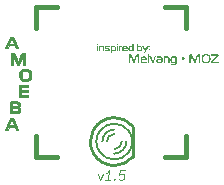
<source format=gto>
G04 (created by PCBNEW (2013-may-18)-stable) date Sun 03 Jan 2016 01:53:16 PM EST*
%MOIN*%
G04 Gerber Fmt 3.4, Leading zero omitted, Abs format*
%FSLAX34Y34*%
G01*
G70*
G90*
G04 APERTURE LIST*
%ADD10C,0.00590551*%
%ADD11C,0.00472441*%
%ADD12C,0.015*%
%ADD13C,0.01*%
%ADD14C,0.006*%
%ADD15C,0.0001*%
%ADD16C,4.72441e-06*%
G04 APERTURE END LIST*
G54D10*
G54D11*
X97560Y-46567D02*
X97609Y-46777D01*
X97710Y-46567D01*
X97969Y-46777D02*
X97789Y-46777D01*
X97879Y-46777D02*
X97918Y-46462D01*
X97882Y-46507D01*
X97849Y-46537D01*
X97817Y-46552D01*
X98107Y-46747D02*
X98120Y-46762D01*
X98104Y-46777D01*
X98090Y-46762D01*
X98107Y-46747D01*
X98104Y-46777D01*
X98443Y-46462D02*
X98293Y-46462D01*
X98259Y-46612D01*
X98276Y-46597D01*
X98308Y-46582D01*
X98383Y-46582D01*
X98411Y-46597D01*
X98424Y-46612D01*
X98435Y-46642D01*
X98426Y-46717D01*
X98407Y-46747D01*
X98390Y-46762D01*
X98359Y-46777D01*
X98284Y-46777D01*
X98255Y-46762D01*
X98242Y-46747D01*
G54D12*
X95500Y-41000D02*
X96200Y-41000D01*
X99800Y-41000D02*
X100500Y-41000D01*
X100500Y-41000D02*
X100500Y-41700D01*
X100500Y-45300D02*
X100500Y-46000D01*
X100500Y-46000D02*
X99800Y-46000D01*
X96200Y-46000D02*
X95500Y-46000D01*
X95500Y-46000D02*
X95500Y-45300D01*
X95500Y-41700D02*
X95500Y-41000D01*
G54D13*
X98720Y-46000D02*
X98720Y-45000D01*
G54D14*
X97639Y-45115D02*
G75*
G03X97500Y-45500I460J-384D01*
G74*
G01*
X97500Y-45500D02*
G75*
G03X97651Y-45897I599J0D01*
G74*
G01*
X98699Y-45500D02*
G75*
G03X98555Y-45110I-599J0D01*
G74*
G01*
X98560Y-45884D02*
G75*
G03X98700Y-45500I-460J384D01*
G74*
G01*
X98587Y-45150D02*
G75*
G03X98100Y-44900I-487J-349D01*
G74*
G01*
X98100Y-44900D02*
G75*
G03X97620Y-45139I0J-600D01*
G74*
G01*
X98100Y-46099D02*
G75*
G03X98572Y-45868I0J599D01*
G74*
G01*
X97626Y-45868D02*
G75*
G03X98100Y-46100I473J368D01*
G74*
G01*
X98100Y-45250D02*
G75*
G03X97850Y-45500I0J-250D01*
G74*
G01*
X98100Y-45100D02*
G75*
G03X97700Y-45500I0J-400D01*
G74*
G01*
X98100Y-45750D02*
G75*
G03X98350Y-45500I0J250D01*
G74*
G01*
X98100Y-45900D02*
G75*
G03X98500Y-45500I0J400D01*
G74*
G01*
G54D13*
X98713Y-44986D02*
G75*
G03X98100Y-44700I-613J-513D01*
G74*
G01*
X98100Y-44701D02*
G75*
G03X97395Y-45123I0J-799D01*
G74*
G01*
X98101Y-46298D02*
G75*
G03X98710Y-46015I-1J798D01*
G74*
G01*
X97405Y-45897D02*
G75*
G03X98100Y-46300I694J397D01*
G74*
G01*
X97395Y-45120D02*
G75*
G03X97300Y-45500I704J-379D01*
G74*
G01*
X97300Y-45500D02*
G75*
G03X97418Y-45918I799J0D01*
G74*
G01*
G54D15*
G36*
X94468Y-42394D02*
X94668Y-42085D01*
X94672Y-42075D01*
X94679Y-42069D01*
X94685Y-42075D01*
X94690Y-42085D01*
X94753Y-42244D01*
X94604Y-42244D01*
X94668Y-42085D01*
X94668Y-42085D01*
X94468Y-42394D01*
X94545Y-42394D01*
X94585Y-42296D01*
X94772Y-42296D01*
X94812Y-42394D01*
X94889Y-42394D01*
X94743Y-42045D01*
X94731Y-42024D01*
X94718Y-42011D01*
X94701Y-42003D01*
X94679Y-42001D01*
X94656Y-42003D01*
X94639Y-42011D01*
X94626Y-42024D01*
X94615Y-42045D01*
X94468Y-42394D01*
X94468Y-42394D01*
G37*
G54D16*
X94468Y-42394D02*
X94668Y-42085D01*
X94668Y-42085D02*
X94672Y-42075D01*
X94672Y-42075D02*
X94679Y-42069D01*
X94679Y-42069D02*
X94685Y-42075D01*
X94685Y-42075D02*
X94690Y-42085D01*
X94690Y-42085D02*
X94753Y-42244D01*
X94753Y-42244D02*
X94604Y-42244D01*
X94604Y-42244D02*
X94668Y-42085D01*
X94668Y-42085D02*
X94668Y-42085D01*
X94668Y-42085D02*
X94468Y-42394D01*
X94468Y-42394D02*
X94545Y-42394D01*
X94545Y-42394D02*
X94585Y-42296D01*
X94585Y-42296D02*
X94772Y-42296D01*
X94772Y-42296D02*
X94812Y-42394D01*
X94812Y-42394D02*
X94889Y-42394D01*
X94889Y-42394D02*
X94743Y-42045D01*
X94743Y-42045D02*
X94731Y-42024D01*
X94731Y-42024D02*
X94718Y-42011D01*
X94718Y-42011D02*
X94701Y-42003D01*
X94701Y-42003D02*
X94679Y-42001D01*
X94679Y-42001D02*
X94656Y-42003D01*
X94656Y-42003D02*
X94639Y-42011D01*
X94639Y-42011D02*
X94626Y-42024D01*
X94626Y-42024D02*
X94615Y-42045D01*
X94615Y-42045D02*
X94468Y-42394D01*
G54D15*
G36*
X95044Y-42630D02*
X95048Y-42623D01*
X95054Y-42618D01*
X95058Y-42620D01*
X95061Y-42629D01*
X95058Y-42932D01*
X95132Y-42932D01*
X95132Y-42590D01*
X95130Y-42574D01*
X95124Y-42561D01*
X95114Y-42551D01*
X95101Y-42544D01*
X95086Y-42540D01*
X95069Y-42539D01*
X95049Y-42540D01*
X95031Y-42548D01*
X95022Y-42554D01*
X95014Y-42563D01*
X95007Y-42574D01*
X95001Y-42589D01*
X94900Y-42848D01*
X94894Y-42859D01*
X94889Y-42863D01*
X94884Y-42859D01*
X94879Y-42848D01*
X94778Y-42589D01*
X94769Y-42570D01*
X94757Y-42554D01*
X94748Y-42547D01*
X94738Y-42543D01*
X94725Y-42540D01*
X94710Y-42539D01*
X94695Y-42540D01*
X94674Y-42545D01*
X94664Y-42552D01*
X94656Y-42561D01*
X94649Y-42573D01*
X94647Y-42590D01*
X94647Y-42932D01*
X94721Y-42932D01*
X94719Y-42629D01*
X94719Y-42623D01*
X94725Y-42618D01*
X94731Y-42623D01*
X94734Y-42630D01*
X94834Y-42890D01*
X94841Y-42908D01*
X94851Y-42923D01*
X94866Y-42933D01*
X94877Y-42936D01*
X94889Y-42937D01*
X94911Y-42933D01*
X94926Y-42924D01*
X94936Y-42910D01*
X94945Y-42890D01*
X95044Y-42630D01*
X95044Y-42630D01*
X95044Y-42630D01*
G37*
G54D16*
X95044Y-42630D02*
X95048Y-42623D01*
X95048Y-42623D02*
X95054Y-42618D01*
X95054Y-42618D02*
X95058Y-42620D01*
X95058Y-42620D02*
X95061Y-42629D01*
X95061Y-42629D02*
X95058Y-42932D01*
X95058Y-42932D02*
X95132Y-42932D01*
X95132Y-42932D02*
X95132Y-42590D01*
X95132Y-42590D02*
X95130Y-42574D01*
X95130Y-42574D02*
X95124Y-42561D01*
X95124Y-42561D02*
X95114Y-42551D01*
X95114Y-42551D02*
X95101Y-42544D01*
X95101Y-42544D02*
X95086Y-42540D01*
X95086Y-42540D02*
X95069Y-42539D01*
X95069Y-42539D02*
X95049Y-42540D01*
X95049Y-42540D02*
X95031Y-42548D01*
X95031Y-42548D02*
X95022Y-42554D01*
X95022Y-42554D02*
X95014Y-42563D01*
X95014Y-42563D02*
X95007Y-42574D01*
X95007Y-42574D02*
X95001Y-42589D01*
X95001Y-42589D02*
X94900Y-42848D01*
X94900Y-42848D02*
X94894Y-42859D01*
X94894Y-42859D02*
X94889Y-42863D01*
X94889Y-42863D02*
X94884Y-42859D01*
X94884Y-42859D02*
X94879Y-42848D01*
X94879Y-42848D02*
X94778Y-42589D01*
X94778Y-42589D02*
X94769Y-42570D01*
X94769Y-42570D02*
X94757Y-42554D01*
X94757Y-42554D02*
X94748Y-42547D01*
X94748Y-42547D02*
X94738Y-42543D01*
X94738Y-42543D02*
X94725Y-42540D01*
X94725Y-42540D02*
X94710Y-42539D01*
X94710Y-42539D02*
X94695Y-42540D01*
X94695Y-42540D02*
X94674Y-42545D01*
X94674Y-42545D02*
X94664Y-42552D01*
X94664Y-42552D02*
X94656Y-42561D01*
X94656Y-42561D02*
X94649Y-42573D01*
X94649Y-42573D02*
X94647Y-42590D01*
X94647Y-42590D02*
X94647Y-42932D01*
X94647Y-42932D02*
X94721Y-42932D01*
X94721Y-42932D02*
X94719Y-42629D01*
X94719Y-42629D02*
X94719Y-42623D01*
X94719Y-42623D02*
X94725Y-42618D01*
X94725Y-42618D02*
X94731Y-42623D01*
X94731Y-42623D02*
X94734Y-42630D01*
X94734Y-42630D02*
X94834Y-42890D01*
X94834Y-42890D02*
X94841Y-42908D01*
X94841Y-42908D02*
X94851Y-42923D01*
X94851Y-42923D02*
X94866Y-42933D01*
X94866Y-42933D02*
X94877Y-42936D01*
X94877Y-42936D02*
X94889Y-42937D01*
X94889Y-42937D02*
X94911Y-42933D01*
X94911Y-42933D02*
X94926Y-42924D01*
X94926Y-42924D02*
X94936Y-42910D01*
X94936Y-42910D02*
X94945Y-42890D01*
X94945Y-42890D02*
X95044Y-42630D01*
X95044Y-42630D02*
X95044Y-42630D01*
G54D15*
G36*
X95131Y-43081D02*
X95043Y-43159D01*
X95058Y-43150D01*
X95074Y-43145D01*
X95092Y-43142D01*
X95111Y-43140D01*
X95131Y-43140D01*
X95150Y-43140D01*
X95169Y-43142D01*
X95188Y-43145D01*
X95204Y-43150D01*
X95219Y-43159D01*
X95231Y-43171D01*
X95240Y-43185D01*
X95244Y-43195D01*
X95248Y-43206D01*
X95251Y-43220D01*
X95253Y-43237D01*
X95255Y-43257D01*
X95255Y-43280D01*
X95255Y-43302D01*
X95253Y-43321D01*
X95251Y-43338D01*
X95248Y-43352D01*
X95244Y-43364D01*
X95240Y-43373D01*
X95231Y-43388D01*
X95222Y-43398D01*
X95211Y-43406D01*
X95200Y-43412D01*
X95187Y-43416D01*
X95174Y-43418D01*
X95160Y-43420D01*
X95146Y-43421D01*
X95131Y-43421D01*
X95116Y-43421D01*
X95101Y-43420D01*
X95087Y-43418D01*
X95074Y-43416D01*
X95062Y-43412D01*
X95050Y-43406D01*
X95040Y-43398D01*
X95031Y-43388D01*
X95021Y-43374D01*
X95018Y-43364D01*
X95014Y-43352D01*
X95011Y-43338D01*
X95009Y-43322D01*
X95007Y-43303D01*
X95007Y-43280D01*
X95007Y-43280D01*
X95007Y-43259D01*
X95009Y-43240D01*
X95010Y-43224D01*
X95013Y-43211D01*
X95021Y-43188D01*
X95031Y-43171D01*
X95043Y-43159D01*
X95131Y-43081D01*
X95113Y-43081D01*
X95093Y-43082D01*
X95073Y-43083D01*
X95053Y-43086D01*
X95032Y-43091D01*
X95012Y-43098D01*
X94993Y-43109D01*
X94976Y-43122D01*
X94962Y-43138D01*
X94951Y-43157D01*
X94944Y-43176D01*
X94938Y-43197D01*
X94934Y-43218D01*
X94933Y-43239D01*
X94932Y-43260D01*
X94931Y-43280D01*
X94932Y-43298D01*
X94932Y-43317D01*
X94934Y-43338D01*
X94937Y-43360D01*
X94943Y-43381D01*
X94950Y-43401D01*
X94957Y-43414D01*
X94966Y-43427D01*
X94976Y-43438D01*
X94993Y-43452D01*
X95012Y-43462D01*
X95032Y-43469D01*
X95053Y-43474D01*
X95073Y-43477D01*
X95094Y-43478D01*
X95113Y-43479D01*
X95131Y-43479D01*
X95149Y-43479D01*
X95169Y-43478D01*
X95189Y-43477D01*
X95210Y-43474D01*
X95230Y-43469D01*
X95250Y-43462D01*
X95269Y-43452D01*
X95286Y-43438D01*
X95300Y-43422D01*
X95310Y-43404D01*
X95318Y-43384D01*
X95324Y-43363D01*
X95327Y-43342D01*
X95329Y-43321D01*
X95330Y-43300D01*
X95331Y-43280D01*
X95331Y-43261D01*
X95330Y-43240D01*
X95328Y-43218D01*
X95324Y-43197D01*
X95318Y-43176D01*
X95310Y-43156D01*
X95300Y-43138D01*
X95286Y-43122D01*
X95269Y-43109D01*
X95250Y-43098D01*
X95230Y-43091D01*
X95210Y-43086D01*
X95189Y-43083D01*
X95169Y-43082D01*
X95149Y-43081D01*
X95131Y-43081D01*
X95131Y-43081D01*
G37*
G54D16*
X95131Y-43081D02*
X95043Y-43159D01*
X95043Y-43159D02*
X95058Y-43150D01*
X95058Y-43150D02*
X95074Y-43145D01*
X95074Y-43145D02*
X95092Y-43142D01*
X95092Y-43142D02*
X95111Y-43140D01*
X95111Y-43140D02*
X95131Y-43140D01*
X95131Y-43140D02*
X95150Y-43140D01*
X95150Y-43140D02*
X95169Y-43142D01*
X95169Y-43142D02*
X95188Y-43145D01*
X95188Y-43145D02*
X95204Y-43150D01*
X95204Y-43150D02*
X95219Y-43159D01*
X95219Y-43159D02*
X95231Y-43171D01*
X95231Y-43171D02*
X95240Y-43185D01*
X95240Y-43185D02*
X95244Y-43195D01*
X95244Y-43195D02*
X95248Y-43206D01*
X95248Y-43206D02*
X95251Y-43220D01*
X95251Y-43220D02*
X95253Y-43237D01*
X95253Y-43237D02*
X95255Y-43257D01*
X95255Y-43257D02*
X95255Y-43280D01*
X95255Y-43280D02*
X95255Y-43302D01*
X95255Y-43302D02*
X95253Y-43321D01*
X95253Y-43321D02*
X95251Y-43338D01*
X95251Y-43338D02*
X95248Y-43352D01*
X95248Y-43352D02*
X95244Y-43364D01*
X95244Y-43364D02*
X95240Y-43373D01*
X95240Y-43373D02*
X95231Y-43388D01*
X95231Y-43388D02*
X95222Y-43398D01*
X95222Y-43398D02*
X95211Y-43406D01*
X95211Y-43406D02*
X95200Y-43412D01*
X95200Y-43412D02*
X95187Y-43416D01*
X95187Y-43416D02*
X95174Y-43418D01*
X95174Y-43418D02*
X95160Y-43420D01*
X95160Y-43420D02*
X95146Y-43421D01*
X95146Y-43421D02*
X95131Y-43421D01*
X95131Y-43421D02*
X95116Y-43421D01*
X95116Y-43421D02*
X95101Y-43420D01*
X95101Y-43420D02*
X95087Y-43418D01*
X95087Y-43418D02*
X95074Y-43416D01*
X95074Y-43416D02*
X95062Y-43412D01*
X95062Y-43412D02*
X95050Y-43406D01*
X95050Y-43406D02*
X95040Y-43398D01*
X95040Y-43398D02*
X95031Y-43388D01*
X95031Y-43388D02*
X95021Y-43374D01*
X95021Y-43374D02*
X95018Y-43364D01*
X95018Y-43364D02*
X95014Y-43352D01*
X95014Y-43352D02*
X95011Y-43338D01*
X95011Y-43338D02*
X95009Y-43322D01*
X95009Y-43322D02*
X95007Y-43303D01*
X95007Y-43303D02*
X95007Y-43280D01*
X95007Y-43280D02*
X95007Y-43280D01*
X95007Y-43280D02*
X95007Y-43259D01*
X95007Y-43259D02*
X95009Y-43240D01*
X95009Y-43240D02*
X95010Y-43224D01*
X95010Y-43224D02*
X95013Y-43211D01*
X95013Y-43211D02*
X95021Y-43188D01*
X95021Y-43188D02*
X95031Y-43171D01*
X95031Y-43171D02*
X95043Y-43159D01*
X95043Y-43159D02*
X95131Y-43081D01*
X95131Y-43081D02*
X95113Y-43081D01*
X95113Y-43081D02*
X95093Y-43082D01*
X95093Y-43082D02*
X95073Y-43083D01*
X95073Y-43083D02*
X95053Y-43086D01*
X95053Y-43086D02*
X95032Y-43091D01*
X95032Y-43091D02*
X95012Y-43098D01*
X95012Y-43098D02*
X94993Y-43109D01*
X94993Y-43109D02*
X94976Y-43122D01*
X94976Y-43122D02*
X94962Y-43138D01*
X94962Y-43138D02*
X94951Y-43157D01*
X94951Y-43157D02*
X94944Y-43176D01*
X94944Y-43176D02*
X94938Y-43197D01*
X94938Y-43197D02*
X94934Y-43218D01*
X94934Y-43218D02*
X94933Y-43239D01*
X94933Y-43239D02*
X94932Y-43260D01*
X94932Y-43260D02*
X94931Y-43280D01*
X94931Y-43280D02*
X94932Y-43298D01*
X94932Y-43298D02*
X94932Y-43317D01*
X94932Y-43317D02*
X94934Y-43338D01*
X94934Y-43338D02*
X94937Y-43360D01*
X94937Y-43360D02*
X94943Y-43381D01*
X94943Y-43381D02*
X94950Y-43401D01*
X94950Y-43401D02*
X94957Y-43414D01*
X94957Y-43414D02*
X94966Y-43427D01*
X94966Y-43427D02*
X94976Y-43438D01*
X94976Y-43438D02*
X94993Y-43452D01*
X94993Y-43452D02*
X95012Y-43462D01*
X95012Y-43462D02*
X95032Y-43469D01*
X95032Y-43469D02*
X95053Y-43474D01*
X95053Y-43474D02*
X95073Y-43477D01*
X95073Y-43477D02*
X95094Y-43478D01*
X95094Y-43478D02*
X95113Y-43479D01*
X95113Y-43479D02*
X95131Y-43479D01*
X95131Y-43479D02*
X95149Y-43479D01*
X95149Y-43479D02*
X95169Y-43478D01*
X95169Y-43478D02*
X95189Y-43477D01*
X95189Y-43477D02*
X95210Y-43474D01*
X95210Y-43474D02*
X95230Y-43469D01*
X95230Y-43469D02*
X95250Y-43462D01*
X95250Y-43462D02*
X95269Y-43452D01*
X95269Y-43452D02*
X95286Y-43438D01*
X95286Y-43438D02*
X95300Y-43422D01*
X95300Y-43422D02*
X95310Y-43404D01*
X95310Y-43404D02*
X95318Y-43384D01*
X95318Y-43384D02*
X95324Y-43363D01*
X95324Y-43363D02*
X95327Y-43342D01*
X95327Y-43342D02*
X95329Y-43321D01*
X95329Y-43321D02*
X95330Y-43300D01*
X95330Y-43300D02*
X95331Y-43280D01*
X95331Y-43280D02*
X95331Y-43261D01*
X95331Y-43261D02*
X95330Y-43240D01*
X95330Y-43240D02*
X95328Y-43218D01*
X95328Y-43218D02*
X95324Y-43197D01*
X95324Y-43197D02*
X95318Y-43176D01*
X95318Y-43176D02*
X95310Y-43156D01*
X95310Y-43156D02*
X95300Y-43138D01*
X95300Y-43138D02*
X95286Y-43122D01*
X95286Y-43122D02*
X95269Y-43109D01*
X95269Y-43109D02*
X95250Y-43098D01*
X95250Y-43098D02*
X95230Y-43091D01*
X95230Y-43091D02*
X95210Y-43086D01*
X95210Y-43086D02*
X95189Y-43083D01*
X95189Y-43083D02*
X95169Y-43082D01*
X95169Y-43082D02*
X95149Y-43081D01*
X95149Y-43081D02*
X95131Y-43081D01*
G54D15*
G36*
X95225Y-44013D02*
X95225Y-43954D01*
X95017Y-43954D01*
X95002Y-43954D01*
X94992Y-43949D01*
X94987Y-43934D01*
X94987Y-43843D01*
X95217Y-43843D01*
X95217Y-43785D01*
X94987Y-43785D01*
X94987Y-43707D01*
X94987Y-43697D01*
X94993Y-43688D01*
X95002Y-43683D01*
X95013Y-43682D01*
X95223Y-43682D01*
X95223Y-43624D01*
X94973Y-43624D01*
X94962Y-43624D01*
X94949Y-43626D01*
X94937Y-43630D01*
X94927Y-43639D01*
X94917Y-43657D01*
X94914Y-43668D01*
X94913Y-43679D01*
X94913Y-43955D01*
X94914Y-43966D01*
X94916Y-43979D01*
X94920Y-43990D01*
X94928Y-44000D01*
X94938Y-44008D01*
X94948Y-44012D01*
X94960Y-44012D01*
X94972Y-44013D01*
X95225Y-44013D01*
X95225Y-44013D01*
X95225Y-44013D01*
G37*
G54D16*
X95225Y-44013D02*
X95225Y-43954D01*
X95225Y-43954D02*
X95017Y-43954D01*
X95017Y-43954D02*
X95002Y-43954D01*
X95002Y-43954D02*
X94992Y-43949D01*
X94992Y-43949D02*
X94987Y-43934D01*
X94987Y-43934D02*
X94987Y-43843D01*
X94987Y-43843D02*
X95217Y-43843D01*
X95217Y-43843D02*
X95217Y-43785D01*
X95217Y-43785D02*
X94987Y-43785D01*
X94987Y-43785D02*
X94987Y-43707D01*
X94987Y-43707D02*
X94987Y-43697D01*
X94987Y-43697D02*
X94993Y-43688D01*
X94993Y-43688D02*
X95002Y-43683D01*
X95002Y-43683D02*
X95013Y-43682D01*
X95013Y-43682D02*
X95223Y-43682D01*
X95223Y-43682D02*
X95223Y-43624D01*
X95223Y-43624D02*
X94973Y-43624D01*
X94973Y-43624D02*
X94962Y-43624D01*
X94962Y-43624D02*
X94949Y-43626D01*
X94949Y-43626D02*
X94937Y-43630D01*
X94937Y-43630D02*
X94927Y-43639D01*
X94927Y-43639D02*
X94917Y-43657D01*
X94917Y-43657D02*
X94914Y-43668D01*
X94914Y-43668D02*
X94913Y-43679D01*
X94913Y-43679D02*
X94913Y-43955D01*
X94913Y-43955D02*
X94914Y-43966D01*
X94914Y-43966D02*
X94916Y-43979D01*
X94916Y-43979D02*
X94920Y-43990D01*
X94920Y-43990D02*
X94928Y-44000D01*
X94928Y-44000D02*
X94938Y-44008D01*
X94938Y-44008D02*
X94948Y-44012D01*
X94948Y-44012D02*
X94960Y-44012D01*
X94960Y-44012D02*
X94972Y-44013D01*
X94972Y-44013D02*
X95225Y-44013D01*
X95225Y-44013D02*
X95225Y-44013D01*
G54D15*
G36*
X94664Y-44164D02*
X94684Y-44244D01*
X94685Y-44236D01*
X94689Y-44227D01*
X94697Y-44223D01*
X94706Y-44223D01*
X94826Y-44223D01*
X94845Y-44224D01*
X94862Y-44233D01*
X94870Y-44243D01*
X94873Y-44254D01*
X94875Y-44274D01*
X94874Y-44291D01*
X94872Y-44303D01*
X94867Y-44314D01*
X94858Y-44322D01*
X94848Y-44326D01*
X94827Y-44328D01*
X94684Y-44328D01*
X94684Y-44244D01*
X94684Y-44244D01*
X94664Y-44164D01*
X94684Y-44386D01*
X94833Y-44386D01*
X94849Y-44388D01*
X94860Y-44392D01*
X94873Y-44402D01*
X94879Y-44422D01*
X94881Y-44442D01*
X94879Y-44462D01*
X94871Y-44481D01*
X94862Y-44489D01*
X94850Y-44493D01*
X94828Y-44495D01*
X94713Y-44495D01*
X94701Y-44494D01*
X94689Y-44489D01*
X94686Y-44481D01*
X94684Y-44466D01*
X94684Y-44386D01*
X94684Y-44386D01*
X94664Y-44164D01*
X94643Y-44167D01*
X94633Y-44172D01*
X94623Y-44180D01*
X94614Y-44199D01*
X94611Y-44220D01*
X94611Y-44498D01*
X94612Y-44513D01*
X94616Y-44525D01*
X94624Y-44538D01*
X94637Y-44548D01*
X94649Y-44552D01*
X94663Y-44553D01*
X94677Y-44553D01*
X94863Y-44553D01*
X94881Y-44553D01*
X94899Y-44550D01*
X94917Y-44543D01*
X94926Y-44537D01*
X94934Y-44528D01*
X94944Y-44515D01*
X94951Y-44502D01*
X94954Y-44488D01*
X94956Y-44467D01*
X94957Y-44447D01*
X94956Y-44429D01*
X94954Y-44412D01*
X94949Y-44394D01*
X94938Y-44377D01*
X94930Y-44370D01*
X94920Y-44364D01*
X94909Y-44359D01*
X94896Y-44357D01*
X94896Y-44354D01*
X94915Y-44349D01*
X94924Y-44343D01*
X94932Y-44334D01*
X94943Y-44319D01*
X94948Y-44303D01*
X94950Y-44287D01*
X94951Y-44271D01*
X94949Y-44250D01*
X94948Y-44239D01*
X94946Y-44228D01*
X94943Y-44217D01*
X94939Y-44207D01*
X94934Y-44197D01*
X94926Y-44188D01*
X94909Y-44175D01*
X94891Y-44168D01*
X94872Y-44165D01*
X94856Y-44164D01*
X94664Y-44164D01*
X94664Y-44164D01*
X94664Y-44164D01*
G37*
G54D16*
X94664Y-44164D02*
X94684Y-44244D01*
X94684Y-44244D02*
X94685Y-44236D01*
X94685Y-44236D02*
X94689Y-44227D01*
X94689Y-44227D02*
X94697Y-44223D01*
X94697Y-44223D02*
X94706Y-44223D01*
X94706Y-44223D02*
X94826Y-44223D01*
X94826Y-44223D02*
X94845Y-44224D01*
X94845Y-44224D02*
X94862Y-44233D01*
X94862Y-44233D02*
X94870Y-44243D01*
X94870Y-44243D02*
X94873Y-44254D01*
X94873Y-44254D02*
X94875Y-44274D01*
X94875Y-44274D02*
X94874Y-44291D01*
X94874Y-44291D02*
X94872Y-44303D01*
X94872Y-44303D02*
X94867Y-44314D01*
X94867Y-44314D02*
X94858Y-44322D01*
X94858Y-44322D02*
X94848Y-44326D01*
X94848Y-44326D02*
X94827Y-44328D01*
X94827Y-44328D02*
X94684Y-44328D01*
X94684Y-44328D02*
X94684Y-44244D01*
X94684Y-44244D02*
X94684Y-44244D01*
X94684Y-44244D02*
X94664Y-44164D01*
X94664Y-44164D02*
X94684Y-44386D01*
X94684Y-44386D02*
X94833Y-44386D01*
X94833Y-44386D02*
X94849Y-44388D01*
X94849Y-44388D02*
X94860Y-44392D01*
X94860Y-44392D02*
X94873Y-44402D01*
X94873Y-44402D02*
X94879Y-44422D01*
X94879Y-44422D02*
X94881Y-44442D01*
X94881Y-44442D02*
X94879Y-44462D01*
X94879Y-44462D02*
X94871Y-44481D01*
X94871Y-44481D02*
X94862Y-44489D01*
X94862Y-44489D02*
X94850Y-44493D01*
X94850Y-44493D02*
X94828Y-44495D01*
X94828Y-44495D02*
X94713Y-44495D01*
X94713Y-44495D02*
X94701Y-44494D01*
X94701Y-44494D02*
X94689Y-44489D01*
X94689Y-44489D02*
X94686Y-44481D01*
X94686Y-44481D02*
X94684Y-44466D01*
X94684Y-44466D02*
X94684Y-44386D01*
X94684Y-44386D02*
X94684Y-44386D01*
X94684Y-44386D02*
X94664Y-44164D01*
X94664Y-44164D02*
X94643Y-44167D01*
X94643Y-44167D02*
X94633Y-44172D01*
X94633Y-44172D02*
X94623Y-44180D01*
X94623Y-44180D02*
X94614Y-44199D01*
X94614Y-44199D02*
X94611Y-44220D01*
X94611Y-44220D02*
X94611Y-44498D01*
X94611Y-44498D02*
X94612Y-44513D01*
X94612Y-44513D02*
X94616Y-44525D01*
X94616Y-44525D02*
X94624Y-44538D01*
X94624Y-44538D02*
X94637Y-44548D01*
X94637Y-44548D02*
X94649Y-44552D01*
X94649Y-44552D02*
X94663Y-44553D01*
X94663Y-44553D02*
X94677Y-44553D01*
X94677Y-44553D02*
X94863Y-44553D01*
X94863Y-44553D02*
X94881Y-44553D01*
X94881Y-44553D02*
X94899Y-44550D01*
X94899Y-44550D02*
X94917Y-44543D01*
X94917Y-44543D02*
X94926Y-44537D01*
X94926Y-44537D02*
X94934Y-44528D01*
X94934Y-44528D02*
X94944Y-44515D01*
X94944Y-44515D02*
X94951Y-44502D01*
X94951Y-44502D02*
X94954Y-44488D01*
X94954Y-44488D02*
X94956Y-44467D01*
X94956Y-44467D02*
X94957Y-44447D01*
X94957Y-44447D02*
X94956Y-44429D01*
X94956Y-44429D02*
X94954Y-44412D01*
X94954Y-44412D02*
X94949Y-44394D01*
X94949Y-44394D02*
X94938Y-44377D01*
X94938Y-44377D02*
X94930Y-44370D01*
X94930Y-44370D02*
X94920Y-44364D01*
X94920Y-44364D02*
X94909Y-44359D01*
X94909Y-44359D02*
X94896Y-44357D01*
X94896Y-44357D02*
X94896Y-44354D01*
X94896Y-44354D02*
X94915Y-44349D01*
X94915Y-44349D02*
X94924Y-44343D01*
X94924Y-44343D02*
X94932Y-44334D01*
X94932Y-44334D02*
X94943Y-44319D01*
X94943Y-44319D02*
X94948Y-44303D01*
X94948Y-44303D02*
X94950Y-44287D01*
X94950Y-44287D02*
X94951Y-44271D01*
X94951Y-44271D02*
X94949Y-44250D01*
X94949Y-44250D02*
X94948Y-44239D01*
X94948Y-44239D02*
X94946Y-44228D01*
X94946Y-44228D02*
X94943Y-44217D01*
X94943Y-44217D02*
X94939Y-44207D01*
X94939Y-44207D02*
X94934Y-44197D01*
X94934Y-44197D02*
X94926Y-44188D01*
X94926Y-44188D02*
X94909Y-44175D01*
X94909Y-44175D02*
X94891Y-44168D01*
X94891Y-44168D02*
X94872Y-44165D01*
X94872Y-44165D02*
X94856Y-44164D01*
X94856Y-44164D02*
X94664Y-44164D01*
X94664Y-44164D02*
X94664Y-44164D01*
G54D15*
G36*
X94470Y-45098D02*
X94669Y-44789D01*
X94674Y-44779D01*
X94680Y-44773D01*
X94687Y-44779D01*
X94692Y-44789D01*
X94755Y-44948D01*
X94605Y-44948D01*
X94669Y-44789D01*
X94470Y-45098D01*
X94547Y-45098D01*
X94587Y-45000D01*
X94774Y-45000D01*
X94814Y-45098D01*
X94891Y-45098D01*
X94744Y-44749D01*
X94733Y-44728D01*
X94719Y-44715D01*
X94703Y-44707D01*
X94680Y-44705D01*
X94657Y-44707D01*
X94640Y-44715D01*
X94628Y-44728D01*
X94617Y-44749D01*
X94470Y-45098D01*
X94470Y-45098D01*
G37*
G54D16*
X94470Y-45098D02*
X94669Y-44789D01*
X94669Y-44789D02*
X94674Y-44779D01*
X94674Y-44779D02*
X94680Y-44773D01*
X94680Y-44773D02*
X94687Y-44779D01*
X94687Y-44779D02*
X94692Y-44789D01*
X94692Y-44789D02*
X94755Y-44948D01*
X94755Y-44948D02*
X94605Y-44948D01*
X94605Y-44948D02*
X94669Y-44789D01*
X94669Y-44789D02*
X94470Y-45098D01*
X94470Y-45098D02*
X94547Y-45098D01*
X94547Y-45098D02*
X94587Y-45000D01*
X94587Y-45000D02*
X94774Y-45000D01*
X94774Y-45000D02*
X94814Y-45098D01*
X94814Y-45098D02*
X94891Y-45098D01*
X94891Y-45098D02*
X94744Y-44749D01*
X94744Y-44749D02*
X94733Y-44728D01*
X94733Y-44728D02*
X94719Y-44715D01*
X94719Y-44715D02*
X94703Y-44707D01*
X94703Y-44707D02*
X94680Y-44705D01*
X94680Y-44705D02*
X94657Y-44707D01*
X94657Y-44707D02*
X94640Y-44715D01*
X94640Y-44715D02*
X94628Y-44728D01*
X94628Y-44728D02*
X94617Y-44749D01*
X94617Y-44749D02*
X94470Y-45098D01*
G54D15*
G36*
X97521Y-42496D02*
X97563Y-42496D01*
X97563Y-42307D01*
X97521Y-42307D01*
X97521Y-42496D01*
X97521Y-42496D01*
G37*
G36*
X97563Y-42279D02*
X97563Y-42246D01*
X97521Y-42246D01*
X97521Y-42279D01*
X97563Y-42279D01*
X97563Y-42279D01*
G37*
G36*
X97591Y-42496D02*
X97633Y-42496D01*
X97633Y-42349D01*
X97633Y-42345D01*
X97635Y-42341D01*
X97639Y-42339D01*
X97643Y-42339D01*
X97685Y-42339D01*
X97703Y-42342D01*
X97715Y-42350D01*
X97721Y-42366D01*
X97723Y-42384D01*
X97723Y-42496D01*
X97765Y-42496D01*
X97765Y-42371D01*
X97763Y-42354D01*
X97759Y-42340D01*
X97753Y-42330D01*
X97746Y-42322D01*
X97734Y-42314D01*
X97721Y-42309D01*
X97708Y-42307D01*
X97693Y-42307D01*
X97626Y-42307D01*
X97612Y-42308D01*
X97598Y-42315D01*
X97592Y-42326D01*
X97591Y-42336D01*
X97591Y-42496D01*
X97591Y-42496D01*
X97591Y-42496D01*
G37*
G36*
X97790Y-42496D02*
X97911Y-42496D01*
X97926Y-42495D01*
X97942Y-42488D01*
X97952Y-42474D01*
X97956Y-42463D01*
X97958Y-42448D01*
X97955Y-42431D01*
X97946Y-42413D01*
X97938Y-42406D01*
X97928Y-42401D01*
X97915Y-42397D01*
X97899Y-42392D01*
X97858Y-42380D01*
X97853Y-42379D01*
X97847Y-42377D01*
X97840Y-42374D01*
X97835Y-42371D01*
X97829Y-42363D01*
X97829Y-42356D01*
X97829Y-42349D01*
X97834Y-42342D01*
X97841Y-42339D01*
X97849Y-42339D01*
X97949Y-42339D01*
X97949Y-42307D01*
X97842Y-42307D01*
X97830Y-42307D01*
X97818Y-42309D01*
X97807Y-42314D01*
X97797Y-42323D01*
X97789Y-42339D01*
X97788Y-42355D01*
X97789Y-42371D01*
X97797Y-42387D01*
X97813Y-42401D01*
X97824Y-42406D01*
X97838Y-42410D01*
X97875Y-42420D01*
X97891Y-42425D01*
X97900Y-42428D01*
X97906Y-42431D01*
X97909Y-42432D01*
X97913Y-42439D01*
X97914Y-42447D01*
X97914Y-42452D01*
X97911Y-42458D01*
X97904Y-42463D01*
X97897Y-42464D01*
X97790Y-42464D01*
X97790Y-42496D01*
X97790Y-42496D01*
X97790Y-42496D01*
G37*
G36*
X98023Y-42496D02*
X98023Y-42464D01*
X98023Y-42348D01*
X98026Y-42341D01*
X98028Y-42340D01*
X98032Y-42339D01*
X98073Y-42339D01*
X98085Y-42340D01*
X98096Y-42345D01*
X98109Y-42360D01*
X98112Y-42373D01*
X98114Y-42384D01*
X98114Y-42401D01*
X98113Y-42419D01*
X98112Y-42432D01*
X98106Y-42446D01*
X98094Y-42458D01*
X98084Y-42462D01*
X98070Y-42464D01*
X98023Y-42464D01*
X98023Y-42464D01*
X98023Y-42496D01*
X98076Y-42496D01*
X98092Y-42495D01*
X98109Y-42492D01*
X98127Y-42484D01*
X98142Y-42469D01*
X98150Y-42453D01*
X98155Y-42435D01*
X98157Y-42416D01*
X98157Y-42397D01*
X98157Y-42381D01*
X98154Y-42362D01*
X98148Y-42344D01*
X98137Y-42327D01*
X98123Y-42316D01*
X98107Y-42310D01*
X98093Y-42307D01*
X98082Y-42307D01*
X98015Y-42307D01*
X98004Y-42308D01*
X97992Y-42313D01*
X97985Y-42321D01*
X97981Y-42336D01*
X97981Y-42557D01*
X98023Y-42557D01*
X98023Y-42496D01*
X98023Y-42496D01*
X98023Y-42496D01*
G37*
G36*
X98181Y-42496D02*
X98222Y-42496D01*
X98222Y-42307D01*
X98181Y-42307D01*
X98181Y-42496D01*
X98181Y-42496D01*
G37*
G36*
X98222Y-42279D02*
X98222Y-42246D01*
X98181Y-42246D01*
X98181Y-42279D01*
X98222Y-42279D01*
X98222Y-42279D01*
G37*
G36*
X98251Y-42496D02*
X98293Y-42496D01*
X98293Y-42389D01*
X98295Y-42369D01*
X98302Y-42352D01*
X98320Y-42341D01*
X98338Y-42339D01*
X98356Y-42339D01*
X98356Y-42307D01*
X98327Y-42307D01*
X98315Y-42307D01*
X98300Y-42309D01*
X98285Y-42314D01*
X98271Y-42323D01*
X98261Y-42334D01*
X98255Y-42348D01*
X98252Y-42363D01*
X98251Y-42378D01*
X98251Y-42496D01*
X98251Y-42496D01*
X98251Y-42496D01*
G37*
G36*
X98542Y-42496D02*
X98542Y-42464D01*
X98449Y-42464D01*
X98437Y-42463D01*
X98426Y-42460D01*
X98417Y-42453D01*
X98411Y-42441D01*
X98409Y-42429D01*
X98408Y-42415D01*
X98495Y-42383D01*
X98408Y-42383D01*
X98408Y-42383D01*
X98410Y-42366D01*
X98417Y-42351D01*
X98426Y-42343D01*
X98437Y-42339D01*
X98447Y-42338D01*
X98457Y-42338D01*
X98475Y-42339D01*
X98492Y-42347D01*
X98501Y-42357D01*
X98505Y-42372D01*
X98503Y-42379D01*
X98495Y-42383D01*
X98408Y-42415D01*
X98518Y-42415D01*
X98529Y-42414D01*
X98539Y-42408D01*
X98546Y-42394D01*
X98548Y-42379D01*
X98547Y-42362D01*
X98542Y-42345D01*
X98534Y-42330D01*
X98521Y-42318D01*
X98507Y-42311D01*
X98491Y-42308D01*
X98475Y-42306D01*
X98458Y-42306D01*
X98443Y-42306D01*
X98424Y-42308D01*
X98405Y-42313D01*
X98388Y-42324D01*
X98375Y-42339D01*
X98369Y-42357D01*
X98366Y-42378D01*
X98365Y-42390D01*
X98365Y-42403D01*
X98366Y-42422D01*
X98367Y-42440D01*
X98371Y-42457D01*
X98379Y-42472D01*
X98392Y-42485D01*
X98406Y-42492D01*
X98422Y-42496D01*
X98437Y-42496D01*
X98542Y-42496D01*
X98542Y-42496D01*
X98542Y-42496D01*
G37*
G36*
X98700Y-42246D02*
X98700Y-42339D01*
X98700Y-42448D01*
X98700Y-42454D01*
X98697Y-42461D01*
X98691Y-42463D01*
X98686Y-42464D01*
X98653Y-42464D01*
X98643Y-42463D01*
X98632Y-42460D01*
X98622Y-42454D01*
X98614Y-42442D01*
X98611Y-42431D01*
X98610Y-42419D01*
X98609Y-42400D01*
X98610Y-42383D01*
X98612Y-42371D01*
X98618Y-42356D01*
X98625Y-42347D01*
X98634Y-42342D01*
X98653Y-42339D01*
X98700Y-42339D01*
X98700Y-42339D01*
X98700Y-42246D01*
X98700Y-42307D01*
X98644Y-42307D01*
X98630Y-42307D01*
X98614Y-42311D01*
X98596Y-42319D01*
X98588Y-42326D01*
X98581Y-42335D01*
X98573Y-42350D01*
X98569Y-42366D01*
X98567Y-42383D01*
X98566Y-42398D01*
X98567Y-42420D01*
X98569Y-42436D01*
X98572Y-42449D01*
X98575Y-42458D01*
X98581Y-42470D01*
X98588Y-42478D01*
X98604Y-42489D01*
X98620Y-42495D01*
X98636Y-42496D01*
X98710Y-42496D01*
X98724Y-42494D01*
X98736Y-42486D01*
X98741Y-42476D01*
X98742Y-42463D01*
X98742Y-42246D01*
X98700Y-42246D01*
X98700Y-42246D01*
X98700Y-42246D01*
G37*
G36*
X98854Y-42246D02*
X98854Y-42464D01*
X98895Y-42339D01*
X98941Y-42339D01*
X98951Y-42339D01*
X98962Y-42343D01*
X98972Y-42349D01*
X98980Y-42359D01*
X98983Y-42372D01*
X98985Y-42385D01*
X98986Y-42404D01*
X98985Y-42421D01*
X98983Y-42432D01*
X98980Y-42444D01*
X98971Y-42456D01*
X98960Y-42461D01*
X98950Y-42463D01*
X98940Y-42464D01*
X98910Y-42464D01*
X98903Y-42463D01*
X98898Y-42461D01*
X98895Y-42454D01*
X98895Y-42448D01*
X98895Y-42339D01*
X98895Y-42339D01*
X98854Y-42464D01*
X98855Y-42476D01*
X98862Y-42488D01*
X98876Y-42495D01*
X98892Y-42496D01*
X98952Y-42496D01*
X98969Y-42495D01*
X98987Y-42491D01*
X99003Y-42481D01*
X99017Y-42465D01*
X99022Y-42454D01*
X99026Y-42441D01*
X99028Y-42423D01*
X99029Y-42402D01*
X99029Y-42385D01*
X99027Y-42368D01*
X99023Y-42352D01*
X99017Y-42338D01*
X99003Y-42321D01*
X98986Y-42312D01*
X98968Y-42308D01*
X98951Y-42307D01*
X98895Y-42307D01*
X98895Y-42246D01*
X98854Y-42246D01*
X98854Y-42246D01*
X98854Y-42246D01*
G37*
G36*
X99241Y-42307D02*
X99198Y-42307D01*
X99134Y-42452D01*
X99073Y-42307D01*
X99030Y-42307D01*
X99114Y-42495D01*
X99085Y-42557D01*
X99128Y-42557D01*
X99241Y-42307D01*
X99241Y-42307D01*
G37*
G36*
X99297Y-42352D02*
X99297Y-42307D01*
X99254Y-42307D01*
X99254Y-42352D01*
X99297Y-42352D01*
X99297Y-42352D01*
G37*
G36*
X98872Y-42655D02*
X98875Y-42649D01*
X98879Y-42646D01*
X98882Y-42647D01*
X98884Y-42654D01*
X98883Y-42880D01*
X98937Y-42880D01*
X98937Y-42625D01*
X98934Y-42608D01*
X98924Y-42596D01*
X98909Y-42589D01*
X98891Y-42587D01*
X98876Y-42588D01*
X98862Y-42593D01*
X98849Y-42604D01*
X98839Y-42624D01*
X98764Y-42818D01*
X98760Y-42826D01*
X98756Y-42829D01*
X98752Y-42826D01*
X98749Y-42818D01*
X98673Y-42624D01*
X98667Y-42610D01*
X98657Y-42598D01*
X98643Y-42589D01*
X98622Y-42587D01*
X98611Y-42587D01*
X98596Y-42592D01*
X98582Y-42603D01*
X98577Y-42612D01*
X98576Y-42625D01*
X98576Y-42880D01*
X98630Y-42880D01*
X98629Y-42654D01*
X98629Y-42650D01*
X98634Y-42646D01*
X98638Y-42649D01*
X98641Y-42655D01*
X98715Y-42849D01*
X98720Y-42862D01*
X98728Y-42873D01*
X98739Y-42881D01*
X98756Y-42884D01*
X98773Y-42881D01*
X98784Y-42875D01*
X98791Y-42864D01*
X98798Y-42849D01*
X98872Y-42655D01*
X98872Y-42655D01*
X98872Y-42655D01*
G37*
G36*
X99178Y-42880D02*
X99178Y-42843D01*
X99071Y-42843D01*
X99057Y-42842D01*
X99044Y-42839D01*
X99033Y-42831D01*
X99026Y-42817D01*
X99024Y-42803D01*
X99023Y-42787D01*
X99023Y-42749D01*
X99025Y-42729D01*
X99033Y-42712D01*
X99044Y-42703D01*
X99057Y-42699D01*
X99069Y-42697D01*
X99079Y-42697D01*
X99101Y-42699D01*
X99111Y-42701D01*
X99121Y-42707D01*
X99130Y-42719D01*
X99135Y-42736D01*
X99133Y-42745D01*
X99124Y-42749D01*
X99023Y-42749D01*
X99023Y-42749D01*
X99023Y-42787D01*
X99151Y-42787D01*
X99164Y-42785D01*
X99175Y-42778D01*
X99184Y-42763D01*
X99185Y-42745D01*
X99184Y-42725D01*
X99179Y-42705D01*
X99169Y-42688D01*
X99154Y-42674D01*
X99138Y-42666D01*
X99120Y-42662D01*
X99101Y-42660D01*
X99081Y-42660D01*
X99063Y-42660D01*
X99042Y-42663D01*
X99030Y-42665D01*
X99019Y-42668D01*
X99009Y-42673D01*
X98999Y-42680D01*
X98991Y-42689D01*
X98985Y-42698D01*
X98980Y-42708D01*
X98977Y-42719D01*
X98975Y-42731D01*
X98974Y-42744D01*
X98973Y-42758D01*
X98973Y-42773D01*
X98974Y-42794D01*
X98976Y-42816D01*
X98980Y-42835D01*
X98989Y-42853D01*
X99004Y-42868D01*
X99021Y-42876D01*
X99039Y-42880D01*
X99056Y-42880D01*
X99178Y-42880D01*
X99178Y-42880D01*
X99178Y-42880D01*
G37*
G36*
X99212Y-42880D02*
X99261Y-42880D01*
X99261Y-42590D01*
X99212Y-42590D01*
X99212Y-42880D01*
X99212Y-42880D01*
G37*
G36*
X99318Y-42660D02*
X99268Y-42660D01*
X99352Y-42863D01*
X99359Y-42875D01*
X99368Y-42880D01*
X99378Y-42882D01*
X99386Y-42883D01*
X99395Y-42882D01*
X99404Y-42880D01*
X99412Y-42875D01*
X99419Y-42863D01*
X99503Y-42660D01*
X99453Y-42660D01*
X99391Y-42824D01*
X99389Y-42829D01*
X99386Y-42832D01*
X99382Y-42829D01*
X99380Y-42824D01*
X99318Y-42660D01*
X99318Y-42660D01*
X99318Y-42660D01*
G37*
G36*
X99520Y-42660D02*
X99520Y-42698D01*
X99629Y-42698D01*
X99641Y-42699D01*
X99652Y-42707D01*
X99657Y-42718D01*
X99658Y-42728D01*
X99658Y-42743D01*
X99658Y-42781D01*
X99658Y-42831D01*
X99658Y-42836D01*
X99655Y-42841D01*
X99649Y-42843D01*
X99644Y-42843D01*
X99577Y-42843D01*
X99568Y-42841D01*
X99561Y-42836D01*
X99555Y-42824D01*
X99554Y-42812D01*
X99556Y-42795D01*
X99560Y-42788D01*
X99569Y-42782D01*
X99578Y-42781D01*
X99658Y-42781D01*
X99658Y-42781D01*
X99658Y-42743D01*
X99563Y-42743D01*
X99544Y-42746D01*
X99533Y-42749D01*
X99523Y-42756D01*
X99513Y-42768D01*
X99507Y-42781D01*
X99505Y-42795D01*
X99504Y-42810D01*
X99505Y-42824D01*
X99507Y-42840D01*
X99512Y-42856D01*
X99523Y-42870D01*
X99533Y-42876D01*
X99543Y-42879D01*
X99563Y-42880D01*
X99668Y-42880D01*
X99684Y-42879D01*
X99698Y-42872D01*
X99705Y-42858D01*
X99707Y-42843D01*
X99707Y-42729D01*
X99706Y-42712D01*
X99702Y-42698D01*
X99697Y-42686D01*
X99691Y-42677D01*
X99682Y-42670D01*
X99671Y-42665D01*
X99659Y-42662D01*
X99645Y-42660D01*
X99520Y-42660D01*
X99520Y-42660D01*
X99520Y-42660D01*
G37*
G36*
X99740Y-42880D02*
X99789Y-42880D01*
X99789Y-42709D01*
X99789Y-42705D01*
X99791Y-42700D01*
X99795Y-42698D01*
X99799Y-42698D01*
X99849Y-42698D01*
X99870Y-42701D01*
X99884Y-42711D01*
X99891Y-42729D01*
X99893Y-42750D01*
X99893Y-42880D01*
X99941Y-42880D01*
X99941Y-42736D01*
X99940Y-42715D01*
X99935Y-42699D01*
X99928Y-42688D01*
X99920Y-42678D01*
X99906Y-42669D01*
X99891Y-42663D01*
X99875Y-42661D01*
X99858Y-42660D01*
X99781Y-42660D01*
X99764Y-42662D01*
X99747Y-42670D01*
X99741Y-42682D01*
X99740Y-42694D01*
X99740Y-42880D01*
X99740Y-42880D01*
X99740Y-42880D01*
G37*
G36*
X99984Y-42953D02*
X100088Y-42953D01*
X100103Y-42952D01*
X100123Y-42948D01*
X100133Y-42945D01*
X100130Y-42843D01*
X100073Y-42843D01*
X100051Y-42841D01*
X100040Y-42838D01*
X100031Y-42830D01*
X100027Y-42824D01*
X100023Y-42813D01*
X100020Y-42796D01*
X100019Y-42785D01*
X100019Y-42771D01*
X100019Y-42760D01*
X100020Y-42743D01*
X100024Y-42726D01*
X100032Y-42712D01*
X100048Y-42702D01*
X100058Y-42699D01*
X100070Y-42698D01*
X100111Y-42698D01*
X100118Y-42699D01*
X100124Y-42701D01*
X100129Y-42707D01*
X100130Y-42715D01*
X100130Y-42843D01*
X100130Y-42843D01*
X100133Y-42945D01*
X100143Y-42941D01*
X100153Y-42935D01*
X100161Y-42926D01*
X100170Y-42912D01*
X100175Y-42895D01*
X100178Y-42876D01*
X100179Y-42856D01*
X100179Y-42701D01*
X100176Y-42685D01*
X100166Y-42669D01*
X100149Y-42662D01*
X100130Y-42660D01*
X100059Y-42660D01*
X100042Y-42661D01*
X100025Y-42664D01*
X100008Y-42671D01*
X99992Y-42685D01*
X99980Y-42701D01*
X99973Y-42721D01*
X99970Y-42735D01*
X99969Y-42750D01*
X99969Y-42767D01*
X99969Y-42789D01*
X99971Y-42809D01*
X99975Y-42826D01*
X99979Y-42840D01*
X99986Y-42852D01*
X100000Y-42868D01*
X100017Y-42876D01*
X100034Y-42880D01*
X100052Y-42880D01*
X100130Y-42880D01*
X100126Y-42895D01*
X100117Y-42906D01*
X100108Y-42911D01*
X100096Y-42914D01*
X100076Y-42916D01*
X99984Y-42916D01*
X99984Y-42953D01*
X99984Y-42953D01*
X99984Y-42953D01*
G37*
G36*
X100903Y-42655D02*
X100906Y-42649D01*
X100910Y-42646D01*
X100913Y-42647D01*
X100915Y-42654D01*
X100913Y-42880D01*
X100968Y-42880D01*
X100968Y-42625D01*
X100965Y-42608D01*
X100955Y-42596D01*
X100940Y-42589D01*
X100921Y-42587D01*
X100906Y-42588D01*
X100892Y-42593D01*
X100880Y-42604D01*
X100870Y-42624D01*
X100795Y-42818D01*
X100791Y-42826D01*
X100787Y-42829D01*
X100783Y-42826D01*
X100779Y-42818D01*
X100704Y-42624D01*
X100697Y-42610D01*
X100688Y-42598D01*
X100674Y-42589D01*
X100653Y-42587D01*
X100642Y-42587D01*
X100626Y-42592D01*
X100612Y-42603D01*
X100608Y-42612D01*
X100606Y-42625D01*
X100606Y-42880D01*
X100661Y-42880D01*
X100660Y-42654D01*
X100660Y-42650D01*
X100664Y-42646D01*
X100668Y-42649D01*
X100671Y-42655D01*
X100745Y-42849D01*
X100751Y-42862D01*
X100758Y-42873D01*
X100770Y-42881D01*
X100787Y-42884D01*
X100803Y-42881D01*
X100814Y-42875D01*
X100822Y-42864D01*
X100828Y-42849D01*
X100903Y-42655D01*
X100903Y-42655D01*
X100903Y-42655D01*
G37*
G36*
X101159Y-42587D02*
X101145Y-42587D01*
X101084Y-42654D01*
X101098Y-42641D01*
X101116Y-42634D01*
X101136Y-42631D01*
X101158Y-42630D01*
X101180Y-42631D01*
X101201Y-42634D01*
X101219Y-42641D01*
X101234Y-42654D01*
X101240Y-42664D01*
X101246Y-42680D01*
X101248Y-42691D01*
X101250Y-42703D01*
X101251Y-42718D01*
X101251Y-42735D01*
X101251Y-42752D01*
X101250Y-42766D01*
X101248Y-42778D01*
X101246Y-42789D01*
X101240Y-42805D01*
X101234Y-42816D01*
X101219Y-42829D01*
X101200Y-42836D01*
X101180Y-42840D01*
X101158Y-42840D01*
X101136Y-42840D01*
X101116Y-42836D01*
X101098Y-42829D01*
X101084Y-42816D01*
X101077Y-42805D01*
X101071Y-42789D01*
X101069Y-42778D01*
X101067Y-42766D01*
X101066Y-42752D01*
X101066Y-42735D01*
X101066Y-42735D01*
X101066Y-42714D01*
X101068Y-42697D01*
X101070Y-42683D01*
X101076Y-42667D01*
X101084Y-42654D01*
X101145Y-42587D01*
X101130Y-42587D01*
X101115Y-42588D01*
X101100Y-42590D01*
X101085Y-42594D01*
X101070Y-42599D01*
X101056Y-42607D01*
X101043Y-42617D01*
X101032Y-42629D01*
X101024Y-42643D01*
X101019Y-42658D01*
X101014Y-42673D01*
X101012Y-42688D01*
X101010Y-42704D01*
X101010Y-42720D01*
X101009Y-42735D01*
X101010Y-42748D01*
X101010Y-42763D01*
X101011Y-42779D01*
X101014Y-42795D01*
X101018Y-42810D01*
X101024Y-42826D01*
X101032Y-42840D01*
X101043Y-42853D01*
X101056Y-42863D01*
X101070Y-42871D01*
X101085Y-42876D01*
X101100Y-42880D01*
X101116Y-42882D01*
X101131Y-42883D01*
X101145Y-42884D01*
X101159Y-42884D01*
X101172Y-42884D01*
X101187Y-42883D01*
X101202Y-42882D01*
X101217Y-42880D01*
X101233Y-42876D01*
X101248Y-42871D01*
X101262Y-42863D01*
X101275Y-42853D01*
X101285Y-42841D01*
X101293Y-42828D01*
X101298Y-42813D01*
X101302Y-42797D01*
X101305Y-42782D01*
X101307Y-42766D01*
X101308Y-42750D01*
X101308Y-42735D01*
X101308Y-42721D01*
X101307Y-42705D01*
X101305Y-42689D01*
X101302Y-42673D01*
X101298Y-42657D01*
X101293Y-42643D01*
X101285Y-42629D01*
X101275Y-42617D01*
X101262Y-42607D01*
X101248Y-42599D01*
X101233Y-42594D01*
X101217Y-42590D01*
X101202Y-42588D01*
X101187Y-42587D01*
X101172Y-42587D01*
X101159Y-42587D01*
X101159Y-42587D01*
X101159Y-42587D01*
G37*
G36*
X101573Y-42880D02*
X101573Y-42837D01*
X101402Y-42837D01*
X101398Y-42836D01*
X101397Y-42832D01*
X101398Y-42828D01*
X101401Y-42825D01*
X101561Y-42655D01*
X101573Y-42641D01*
X101577Y-42632D01*
X101578Y-42620D01*
X101575Y-42605D01*
X101568Y-42596D01*
X101557Y-42591D01*
X101545Y-42590D01*
X101336Y-42590D01*
X101336Y-42633D01*
X101499Y-42633D01*
X101505Y-42636D01*
X101507Y-42639D01*
X101505Y-42643D01*
X101502Y-42648D01*
X101343Y-42812D01*
X101331Y-42828D01*
X101327Y-42838D01*
X101325Y-42851D01*
X101329Y-42868D01*
X101340Y-42876D01*
X101353Y-42880D01*
X101365Y-42880D01*
X101573Y-42880D01*
X101573Y-42880D01*
X101573Y-42880D01*
G37*
G36*
X100440Y-42725D02*
X100436Y-42744D01*
X100425Y-42759D01*
X100410Y-42769D01*
X100391Y-42773D01*
X100373Y-42769D01*
X100357Y-42759D01*
X100347Y-42744D01*
X100343Y-42725D01*
X100347Y-42706D01*
X100357Y-42691D01*
X100373Y-42680D01*
X100391Y-42676D01*
X100410Y-42680D01*
X100425Y-42691D01*
X100436Y-42706D01*
X100440Y-42725D01*
X100440Y-42725D01*
G37*
G36*
X99297Y-42446D02*
X99297Y-42402D01*
X99254Y-42402D01*
X99254Y-42446D01*
X99297Y-42446D01*
X99297Y-42446D01*
G37*
M02*

</source>
